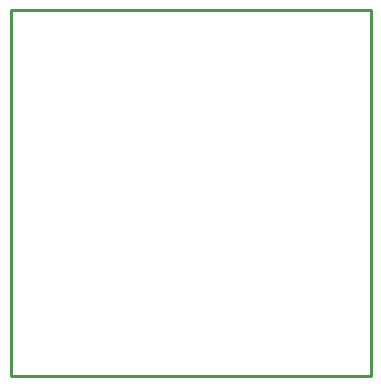
<source format=gbr>
G04 start of page 4 for group 2 idx 6 *
G04 Title: LED carrier v. 0.1, outline *
G04 Creator: pcb 1.99x *
G04 CreationDate: Sun Jun 28 01:38:54 2009 UTC *
G04 For: davidellsworth *
G04 Format: Gerber/RS-274X *
G04 PCB-Dimensions: 120000 122000 *
G04 PCB-Coordinate-Origin: lower left *
%MOIN*%
%FSLAX24Y24*%
%LNOUTLINE*%
%ADD25C,0.0100*%
G54D25*X12000Y0D02*X0D01*
X12000D02*Y12200D01*
X0D02*Y0D01*
X12000Y12200D02*X0D01*
M02*

</source>
